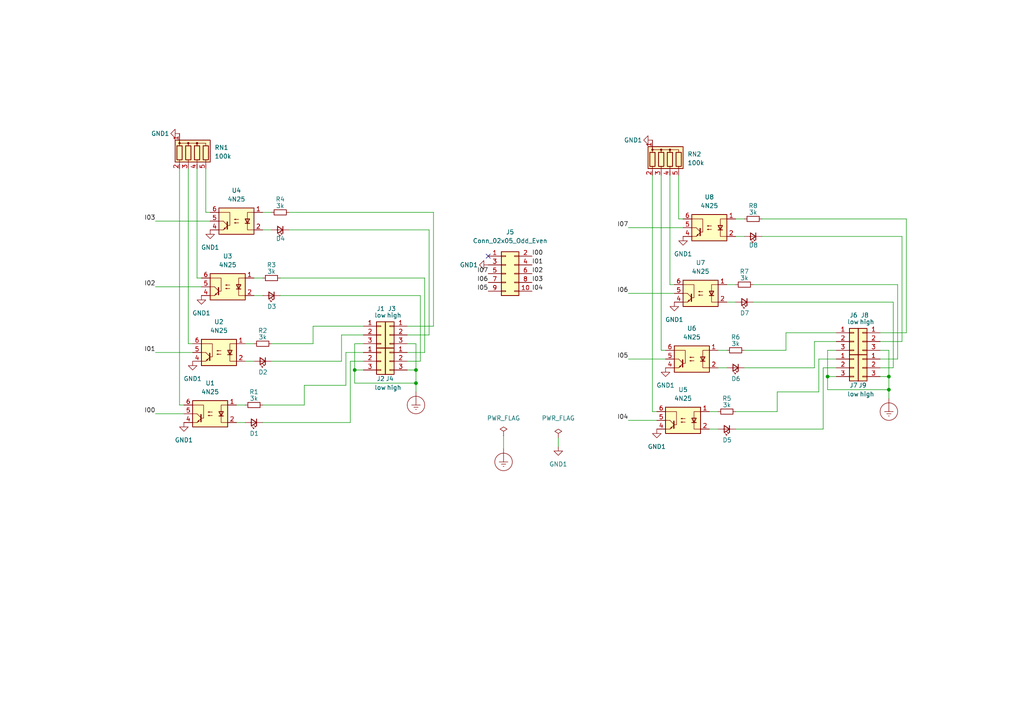
<source format=kicad_sch>
(kicad_sch (version 20211123) (generator eeschema)
  (paper "A4")
  (lib_symbols
    (symbol "Connector_Generic:Conn_01x03" (pin_names (offset 1.016) hide)
      (property "Reference" "J" (at 0 5.08 0))
      (property "Value" "Conn_01x03" (at 0 -5.08 0))
      (symbol "Conn_01x03_1_1"
        (rectangle (start -1.27 -2.413) (end 0 -2.667) (stroke (width 0.1524)))
        (rectangle (start -1.27 0.127) (end 0 -0.127) (stroke (width 0.1524)))
        (rectangle (start -1.27 2.667) (end 0 2.413) (stroke (width 0.1524)))
        (rectangle (start -1.27 3.81) (end 1.27 -3.81) (stroke (width 0.254)) (fill (type background)))
        (pin passive line (at -5.08 2.54 0) (length 3.81) (name "Pin_1") (number "1"))
        (pin passive line (at -5.08 0 0) (length 3.81) (name "Pin_2") (number "2"))
        (pin passive line (at -5.08 -2.54 0) (length 3.81) (name "Pin_3") (number "3"))
      )
    )
    (symbol "Connector_Generic:Conn_02x05_Odd_Even" (pin_names (offset 1.016) hide)
      (property "Reference" "J" (at 1.27 7.62 0))
      (property "Value" "Conn_02x05_Odd_Even" (at 1.27 -7.62 0))
      (symbol "Conn_02x05_Odd_Even_1_1"
        (rectangle (start -1.27 -4.953) (end 0 -5.207) (stroke (width 0.1524)))
        (rectangle (start -1.27 -2.413) (end 0 -2.667) (stroke (width 0.1524)))
        (rectangle (start -1.27 0.127) (end 0 -0.127) (stroke (width 0.1524)))
        (rectangle (start -1.27 2.667) (end 0 2.413) (stroke (width 0.1524)))
        (rectangle (start -1.27 5.207) (end 0 4.953) (stroke (width 0.1524)))
        (rectangle (start -1.27 6.35) (end 3.81 -6.35) (stroke (width 0.254)) (fill (type background)))
        (rectangle (start 3.81 -4.953) (end 2.54 -5.207) (stroke (width 0.1524)))
        (rectangle (start 3.81 -2.413) (end 2.54 -2.667) (stroke (width 0.1524)))
        (rectangle (start 3.81 0.127) (end 2.54 -0.127) (stroke (width 0.1524)))
        (rectangle (start 3.81 2.667) (end 2.54 2.413) (stroke (width 0.1524)))
        (rectangle (start 3.81 5.207) (end 2.54 4.953) (stroke (width 0.1524)))
        (pin passive line (at -5.08 5.08 0) (length 3.81) (name "Pin_1") (number "1"))
        (pin passive line (at 7.62 -5.08 180) (length 3.81) (name "Pin_10") (number "10"))
        (pin passive line (at 7.62 5.08 180) (length 3.81) (name "Pin_2") (number "2"))
        (pin passive line (at -5.08 2.54 0) (length 3.81) (name "Pin_3") (number "3"))
        (pin passive line (at 7.62 2.54 180) (length 3.81) (name "Pin_4") (number "4"))
        (pin passive line (at -5.08 0 0) (length 3.81) (name "Pin_5") (number "5"))
        (pin passive line (at 7.62 0 180) (length 3.81) (name "Pin_6") (number "6"))
        (pin passive line (at -5.08 -2.54 0) (length 3.81) (name "Pin_7") (number "7"))
        (pin passive line (at 7.62 -2.54 180) (length 3.81) (name "Pin_8") (number "8"))
        (pin passive line (at -5.08 -5.08 0) (length 3.81) (name "Pin_9") (number "9"))
      )
    )
    (symbol "Device:LED_Small" (pin_numbers hide) (pin_names (offset 0.254) hide)
      (property "Reference" "D" (at -1.27 3.175 0))
      (property "Value" "LED_Small" (at -4.445 -2.54 0))
      (symbol "LED_Small_0_1"
        (polyline (pts (xy -0.762 -1.016) (xy -0.762 1.016)) (stroke (width 0.254)))
        (polyline (pts (xy 1.016 0) (xy -0.762 0)))
        (polyline (pts (xy 0.762 -1.016) (xy -0.762 0) (xy 0.762 1.016) (xy 0.762 -1.016)) (stroke (width 0.254)))
        (polyline (pts (xy 0 0.762) (xy -0.508 1.27) (xy -0.254 1.27) (xy -0.508 1.27) (xy -0.508 1.016)))
        (polyline (pts (xy 0.508 1.27) (xy 0 1.778) (xy 0.254 1.778) (xy 0 1.778) (xy 0 1.524)))
      )
      (symbol "LED_Small_1_1"
        (pin passive line (at -2.54 0 0) (length 1.778) (name "K") (number "1"))
        (pin passive line (at 2.54 0 180) (length 1.778) (name "A") (number "2"))
      )
    )
    (symbol "Device:R_Network04" (pin_names (offset 0) hide)
      (property "Reference" "RN" (at -7.62 0 90))
      (property "Value" "R_Network04" (at 5.08 0 90))
      (symbol "R_Network04_0_1"
        (rectangle (start -6.35 -3.175) (end 3.81 3.175) (stroke (width 0.254)) (fill (type background)))
        (rectangle (start -5.842 1.524) (end -4.318 -2.54) (stroke (width 0.254)))
        (circle (center -5.08 2.286) (radius 0.254) (fill (type outline)))
        (rectangle (start -3.302 1.524) (end -1.778 -2.54) (stroke (width 0.254)))
        (circle (center -2.54 2.286) (radius 0.254) (fill (type outline)))
        (rectangle (start -0.762 1.524) (end 0.762 -2.54) (stroke (width 0.254)))
        (polyline (pts (xy -5.08 -2.54) (xy -5.08 -3.81)))
        (polyline (pts (xy -2.54 -2.54) (xy -2.54 -3.81)))
        (polyline (pts (xy 0 -2.54) (xy 0 -3.81)))
        (polyline (pts (xy 2.54 -2.54) (xy 2.54 -3.81)))
        (polyline (pts (xy -5.08 1.524) (xy -5.08 2.286) (xy -2.54 2.286) (xy -2.54 1.524)))
        (polyline (pts (xy -2.54 1.524) (xy -2.54 2.286) (xy 0 2.286) (xy 0 1.524)))
        (polyline (pts (xy 0 1.524) (xy 0 2.286) (xy 2.54 2.286) (xy 2.54 1.524)))
        (circle (center 0 2.286) (radius 0.254) (fill (type outline)))
        (rectangle (start 1.778 1.524) (end 3.302 -2.54) (stroke (width 0.254)))
      )
      (symbol "R_Network04_1_1"
        (pin passive line (at -5.08 5.08 270) (length 2.54) (name "common") (number "1"))
        (pin passive line (at -5.08 -5.08 90) (length 1.27) (name "R1") (number "2"))
        (pin passive line (at -2.54 -5.08 90) (length 1.27) (name "R2") (number "3"))
        (pin passive line (at 0 -5.08 90) (length 1.27) (name "R3") (number "4"))
        (pin passive line (at 2.54 -5.08 90) (length 1.27) (name "R4") (number "5"))
      )
    )
    (symbol "Device:R_Small" (pin_numbers hide) (pin_names (offset 0.254) hide)
      (property "Reference" "R" (at 0.762 0.508 0))
      (property "Value" "R_Small" (at 0.762 -1.016 0))
      (symbol "R_Small_0_1"
        (rectangle (start -0.762 1.778) (end 0.762 -1.778) (stroke (width 0.2032)))
      )
      (symbol "R_Small_1_1"
        (pin passive line (at 0 2.54 270) (length 0.762) (name "~") (number "1"))
        (pin passive line (at 0 -2.54 90) (length 0.762) (name "~") (number "2"))
      )
    )
    (symbol "Isolator:4N25" (pin_names (offset 1.016))
      (property "Reference" "U" (at -5.08 5.08 0))
      (property "Value" "4N25" (at 0 5.08 0))
      (symbol "4N25_0_1"
        (rectangle (start -5.08 3.81) (end 5.08 -3.81) (stroke (width 0.254)) (fill (type background)))
        (polyline (pts (xy -3.81 -0.635) (xy -2.54 -0.635)) (stroke (width 0.254)))
        (polyline (pts (xy 2.667 -1.397) (xy 3.81 -2.54)))
        (polyline (pts (xy 2.667 -1.143) (xy 3.81 0)))
        (polyline (pts (xy 3.81 -2.54) (xy 5.08 -2.54)))
        (polyline (pts (xy 3.81 0) (xy 5.08 0)))
        (polyline (pts (xy 2.667 -0.254) (xy 2.667 -2.286) (xy 2.667 -2.286)) (stroke (width 0.3556)))
        (polyline (pts (xy -5.08 -2.54) (xy -3.175 -2.54) (xy -3.175 2.54) (xy -5.08 2.54)))
        (polyline (pts (xy -3.175 -0.635) (xy -3.81 0.635) (xy -2.54 0.635) (xy -3.175 -0.635)) (stroke (width 0.254)))
        (polyline (pts (xy 3.683 -2.413) (xy 3.429 -1.905) (xy 3.175 -2.159) (xy 3.683 -2.413)))
        (polyline (pts (xy 5.08 2.54) (xy 1.905 2.54) (xy 1.905 -1.27) (xy 2.54 -1.27)))
        (polyline (pts (xy -0.635 -0.508) (xy 0.635 -0.508) (xy 0.254 -0.635) (xy 0.254 -0.381) (xy 0.635 -0.508)))
        (polyline (pts (xy -0.635 0.508) (xy 0.635 0.508) (xy 0.254 0.381) (xy 0.254 0.635) (xy 0.635 0.508)))
      )
      (symbol "4N25_1_1"
        (pin passive line (at -7.62 2.54 0) (length 2.54) (name "~") (number "1"))
        (pin passive line (at -7.62 -2.54 0) (length 2.54) (name "~") (number "2"))
        (pin no_connect line (at -5.08 0 0) (length 2.54) hide (name "NC") (number "3"))
        (pin passive line (at 7.62 -2.54 180) (length 2.54) (name "~") (number "4"))
        (pin passive line (at 7.62 0 180) (length 2.54) (name "~") (number "5"))
        (pin passive line (at 7.62 2.54 180) (length 2.54) (name "~") (number "6"))
      )
    )
    (symbol "power:Earth_Protective" (power) (pin_names (offset 0))
      (symbol "Earth_Protective_0_1"
        (circle (center 0 -3.81) (radius 2.54))
        (polyline (pts (xy -0.635 -4.445) (xy 0.635 -4.445)))
        (polyline (pts (xy -0.127 -5.08) (xy 0.127 -5.08)))
        (polyline (pts (xy 0 -3.81) (xy 0 0)))
        (polyline (pts (xy 1.27 -3.81) (xy -1.27 -3.81)))
      )
      (symbol "Earth_Protective_1_1"
        (pin power_in line (at 0 0 270) (length 0) hide (name "Earth_Protective") (number "1"))
      )
    )
    (symbol "power:GND1" (power) (pin_names (offset 0))
      (property "Value" "GND1" (at 0 -3.81 0))
      (symbol "GND1_0_1"
        (polyline (pts (xy 0 0) (xy 0 -1.27) (xy 1.27 -1.27) (xy 0 -2.54) (xy -1.27 -1.27) (xy 0 -1.27)))
      )
      (symbol "GND1_1_1"
        (pin power_in line (at 0 0 270) (length 0) hide (name "GND1") (number "1"))
      )
    )
    (symbol "power:PWR_FLAG" (power) (pin_numbers hide) (pin_names (offset 0) hide)
      (property "Value" "PWR_FLAG" (at 0 3.81 0))
      (symbol "PWR_FLAG_0_0"
        (pin power_out line (at 0 0 90) (length 0) (name "pwr") (number "1"))
      )
      (symbol "PWR_FLAG_0_1"
        (polyline (pts (xy 0 0) (xy 0 1.27) (xy -1.016 1.905) (xy 0 2.54) (xy 1.016 1.905) (xy 0 1.27)))
      )
    )
  )
  (junction (at 257.81 113.03))
  (junction (at 240.03 109.22))
  (junction (at 120.65 111.125))
  (junction (at 120.65 107.315))
  (junction (at 257.81 109.22))
  (junction (at 102.87 107.315))
  (no_connect (at 141.605 74.295))
  (wire (pts (xy 118.11 99.695) (xy 120.65 99.695)))
  (wire (pts (xy 257.81 113.03) (xy 257.81 115.57)))
  (wire (pts (xy 83.82 61.595) (xy 125.73 61.595)))
  (wire (pts (xy 121.92 85.725) (xy 121.92 104.775)))
  (wire (pts (xy 218.44 87.63) (xy 259.08 87.63)))
  (wire (pts (xy 101.6 104.775) (xy 101.6 122.555)))
  (wire (pts (xy 102.87 107.315) (xy 105.41 107.315)))
  (wire (pts (xy 54.61 99.695) (xy 55.88 99.695)))
  (wire (pts (xy 260.35 82.55) (xy 260.35 104.14)))
  (wire (pts (xy 120.65 99.695) (xy 120.65 107.315)))
  (wire (pts (xy 76.2 122.555) (xy 101.6 122.555)))
  (wire (pts (xy 68.58 122.555) (xy 71.12 122.555)))
  (wire (pts (xy 105.41 102.235) (xy 100.33 102.235)))
  (wire (pts (xy 220.98 63.5) (xy 262.89 63.5)))
  (wire (pts (xy 105.41 99.695) (xy 102.87 99.695)))
  (wire (pts (xy 161.925 127) (xy 161.925 129.54)))
  (wire (pts (xy 99.06 97.155) (xy 99.06 104.775)))
  (wire (pts (xy 242.57 99.06) (xy 236.22 99.06)))
  (wire (pts (xy 71.12 104.775) (xy 73.66 104.775)))
  (wire (pts (xy 45.085 102.235) (xy 55.88 102.235)))
  (wire (pts (xy 205.74 124.46) (xy 208.28 124.46)))
  (wire (pts (xy 240.03 109.22) (xy 240.03 113.03)))
  (wire (pts (xy 257.81 109.22) (xy 255.27 109.22)))
  (wire (pts (xy 210.82 87.63) (xy 213.36 87.63)))
  (wire (pts (xy 102.87 99.695) (xy 102.87 107.315)))
  (wire (pts (xy 83.82 66.675) (xy 124.46 66.675)))
  (wire (pts (xy 124.46 66.675) (xy 124.46 97.155)))
  (wire (pts (xy 88.265 111.76) (xy 88.265 117.475)))
  (wire (pts (xy 125.73 94.615) (xy 118.11 94.615)))
  (wire (pts (xy 121.92 104.775) (xy 118.11 104.775)))
  (wire (pts (xy 182.245 104.14) (xy 193.04 104.14)))
  (wire (pts (xy 124.46 97.155) (xy 118.11 97.155)))
  (wire (pts (xy 236.22 99.06) (xy 236.22 106.68)))
  (wire (pts (xy 78.74 104.775) (xy 99.06 104.775)))
  (wire (pts (xy 90.805 99.695) (xy 78.74 99.695)))
  (wire (pts (xy 259.08 87.63) (xy 259.08 106.68)))
  (wire (pts (xy 59.69 61.595) (xy 60.96 61.595)))
  (wire (pts (xy 238.76 106.68) (xy 238.76 124.46)))
  (wire (pts (xy 81.28 80.645) (xy 123.19 80.645)))
  (wire (pts (xy 237.49 104.14) (xy 237.49 113.665)))
  (wire (pts (xy 213.36 124.46) (xy 238.76 124.46)))
  (wire (pts (xy 73.66 80.645) (xy 76.2 80.645)))
  (wire (pts (xy 71.12 99.695) (xy 73.66 99.695)))
  (wire (pts (xy 196.85 63.5) (xy 198.12 63.5)))
  (wire (pts (xy 227.965 96.52) (xy 227.965 101.6)))
  (wire (pts (xy 76.2 61.595) (xy 78.74 61.595)))
  (wire (pts (xy 123.19 80.645) (xy 123.19 102.235)))
  (wire (pts (xy 182.245 66.04) (xy 198.12 66.04)))
  (wire (pts (xy 189.23 50.8) (xy 189.23 119.38)))
  (wire (pts (xy 189.23 119.38) (xy 190.5 119.38)))
  (wire (pts (xy 76.2 66.675) (xy 78.74 66.675)))
  (wire (pts (xy 205.74 119.38) (xy 208.28 119.38)))
  (wire (pts (xy 191.77 101.6) (xy 193.04 101.6)))
  (wire (pts (xy 90.805 94.615) (xy 105.41 94.615)))
  (wire (pts (xy 220.98 68.58) (xy 261.62 68.58)))
  (wire (pts (xy 90.805 94.615) (xy 90.805 99.695)))
  (wire (pts (xy 218.44 82.55) (xy 260.35 82.55)))
  (wire (pts (xy 242.57 106.68) (xy 238.76 106.68)))
  (wire (pts (xy 225.425 119.38) (xy 213.36 119.38)))
  (wire (pts (xy 194.31 50.8) (xy 194.31 82.55)))
  (wire (pts (xy 261.62 99.06) (xy 255.27 99.06)))
  (wire (pts (xy 213.36 63.5) (xy 215.9 63.5)))
  (wire (pts (xy 208.28 106.68) (xy 210.82 106.68)))
  (wire (pts (xy 120.65 107.315) (xy 120.65 111.125)))
  (wire (pts (xy 68.58 117.475) (xy 71.12 117.475)))
  (wire (pts (xy 196.85 50.8) (xy 196.85 63.5)))
  (wire (pts (xy 257.81 101.6) (xy 257.81 109.22)))
  (wire (pts (xy 215.9 106.68) (xy 236.22 106.68)))
  (wire (pts (xy 57.15 80.645) (xy 58.42 80.645)))
  (wire (pts (xy 88.265 111.76) (xy 100.33 111.76)))
  (wire (pts (xy 225.425 113.665) (xy 225.425 119.38)))
  (wire (pts (xy 213.36 68.58) (xy 215.9 68.58)))
  (wire (pts (xy 105.41 104.775) (xy 101.6 104.775)))
  (wire (pts (xy 54.61 48.895) (xy 54.61 99.695)))
  (wire (pts (xy 261.62 68.58) (xy 261.62 99.06)))
  (wire (pts (xy 257.81 109.22) (xy 257.81 113.03)))
  (wire (pts (xy 100.33 102.235) (xy 100.33 111.76)))
  (wire (pts (xy 45.085 120.015) (xy 53.34 120.015)))
  (wire (pts (xy 52.07 48.895) (xy 52.07 117.475)))
  (wire (pts (xy 240.03 109.22) (xy 242.57 109.22)))
  (wire (pts (xy 146.05 126.365) (xy 146.05 130.175)))
  (wire (pts (xy 102.87 111.125) (xy 120.65 111.125)))
  (wire (pts (xy 227.965 101.6) (xy 215.9 101.6)))
  (wire (pts (xy 262.89 96.52) (xy 255.27 96.52)))
  (wire (pts (xy 262.89 63.5) (xy 262.89 96.52)))
  (wire (pts (xy 88.265 117.475) (xy 76.2 117.475)))
  (wire (pts (xy 102.87 107.315) (xy 102.87 111.125)))
  (wire (pts (xy 227.965 96.52) (xy 242.57 96.52)))
  (wire (pts (xy 81.28 85.725) (xy 121.92 85.725)))
  (wire (pts (xy 120.65 107.315) (xy 118.11 107.315)))
  (wire (pts (xy 105.41 97.155) (xy 99.06 97.155)))
  (wire (pts (xy 260.35 104.14) (xy 255.27 104.14)))
  (wire (pts (xy 73.66 85.725) (xy 76.2 85.725)))
  (wire (pts (xy 208.28 101.6) (xy 210.82 101.6)))
  (wire (pts (xy 240.03 101.6) (xy 240.03 109.22)))
  (wire (pts (xy 259.08 106.68) (xy 255.27 106.68)))
  (wire (pts (xy 120.65 111.125) (xy 120.65 113.665)))
  (wire (pts (xy 240.03 113.03) (xy 257.81 113.03)))
  (wire (pts (xy 242.57 104.14) (xy 237.49 104.14)))
  (wire (pts (xy 255.27 101.6) (xy 257.81 101.6)))
  (wire (pts (xy 210.82 82.55) (xy 213.36 82.55)))
  (wire (pts (xy 45.085 83.185) (xy 58.42 83.185)))
  (wire (pts (xy 52.07 117.475) (xy 53.34 117.475)))
  (wire (pts (xy 123.19 102.235) (xy 118.11 102.235)))
  (wire (pts (xy 191.77 50.8) (xy 191.77 101.6)))
  (wire (pts (xy 182.245 85.09) (xy 195.58 85.09)))
  (wire (pts (xy 225.425 113.665) (xy 237.49 113.665)))
  (wire (pts (xy 45.085 64.135) (xy 60.96 64.135)))
  (wire (pts (xy 125.73 61.595) (xy 125.73 94.615)))
  (wire (pts (xy 57.15 48.895) (xy 57.15 80.645)))
  (wire (pts (xy 194.31 82.55) (xy 195.58 82.55)))
  (wire (pts (xy 59.69 48.895) (xy 59.69 61.595)))
  (wire (pts (xy 182.245 121.92) (xy 190.5 121.92)))
  (wire (pts (xy 242.57 101.6) (xy 240.03 101.6)))
  (label "I03" (at 154.305 81.915 0))
  (label "I02" (at 154.305 79.375 0))
  (label "I00" (at 45.085 120.015 180))
  (label "I06" (at 182.245 85.09 180))
  (label "I05" (at 182.245 104.14 180))
  (label "I05" (at 141.605 84.455 180))
  (label "I01" (at 45.085 102.235 180))
  (label "I06" (at 141.605 81.915 180))
  (label "I00" (at 154.305 74.295 0))
  (label "I01" (at 154.305 76.835 0))
  (label "I02" (at 45.085 83.185 180))
  (label "I04" (at 154.305 84.455 0))
  (label "I07" (at 182.245 66.04 180))
  (label "I04" (at 182.245 121.92 180))
  (label "I07" (at 141.605 79.375 180))
  (label "I03" (at 45.085 64.135 180))
  (symbol (lib_id "power:GND1") (at 161.925 129.54 0) (unit 1)
    (property "Reference" "#PWR09" (effects hide))
    (property "Value" "GND1" (at 161.925 134.62 0))
  )
  (symbol (lib_id "Isolator:4N25") (at 66.04 83.185 0) (mirror y) (unit 1)
    (property "Reference" "U3" (at 66.04 74.295 0))
    (property "Value" "4N25" (at 66.04 76.835 0))
    (property "Footprint" "Package_DIP:DIP-6_W7.62mm_Socket_LongPads" (effects hide))
    (property "Datasheet" "https://www.vishay.com/docs/83725/4n25.pdf" (effects hide))
  )
  (symbol (lib_id "Device:LED_Small") (at 210.82 124.46 180) (unit 1)
    (property "Reference" "D5" (at 209.55 127.635 0) (effects (justify right)))
    (property "Value" "LED_Small" (effects hide))
    (property "Footprint" "LED_THT:LED_D3.0mm" (effects hide))
  )
  (symbol (lib_id "power:PWR_FLAG") (at 161.925 127 0) (unit 1)
    (property "Reference" "#FLG02" (effects hide))
    (property "Value" "PWR_FLAG" (at 161.925 121.285 0))
  )
  (symbol (lib_id "power:GND1") (at 52.07 38.735 270) (unit 1)
    (property "Reference" "#PWR01" (effects hide))
    (property "Value" "GND1" (at 43.815 38.735 90) (effects (justify left)))
  )
  (symbol (lib_id "Isolator:4N25") (at 203.2 85.09 0) (mirror y) (unit 1)
    (property "Reference" "U7" (at 203.2 76.2 0))
    (property "Value" "4N25" (at 203.2 78.74 0))
    (property "Footprint" "Package_DIP:DIP-6_W7.62mm_Socket_LongPads" (effects hide))
    (property "Datasheet" "https://www.vishay.com/docs/83725/4n25.pdf" (effects hide))
  )
  (symbol (lib_id "power:GND1") (at 53.34 122.555 0) (unit 1)
    (property "Reference" "#PWR02" (effects hide))
    (property "Value" "GND1" (at 53.34 127.635 0))
  )
  (symbol (lib_id "Device:R_Small") (at 81.28 61.595 90) (unit 1)
    (property "Reference" "R4" (at 81.28 57.785 90))
    (property "Value" "3k" (at 81.28 59.69 90))
    (property "Footprint" "Resistor_THT:R_Axial_DIN0207_L6.3mm_D2.5mm_P2.54mm_Vertical" (effects hide))
  )
  (symbol (lib_id "Device:LED_Small") (at 215.9 87.63 180) (unit 1)
    (property "Reference" "D7" (at 214.63 90.805 0) (effects (justify right)))
    (property "Value" "LED_Small" (effects hide))
    (property "Footprint" "LED_THT:LED_D3.0mm" (effects hide))
  )
  (symbol (lib_id "power:GND1") (at 58.42 85.725 0) (unit 1)
    (property "Reference" "#PWR04" (effects hide))
    (property "Value" "GND1" (at 58.42 90.805 0))
  )
  (symbol (lib_id "Connector_Generic:Conn_01x03") (at 113.03 97.155 0) (mirror y) (unit 1)
    (property "Reference" "J3" (at 113.665 89.535 0))
    (property "Value" "high" (at 114.3 91.44 0))
    (property "Footprint" "Connector_Phoenix_MSTB:PhoenixContact_MSTBVA_2,5_3-G-5,08_1x03_P5.08mm_Vertical" (effects hide))
  )
  (symbol (lib_id "Device:R_Small") (at 78.74 80.645 90) (unit 1)
    (property "Reference" "R3" (at 78.74 76.835 90))
    (property "Value" "3k" (at 78.74 78.74 90))
    (property "Footprint" "Resistor_THT:R_Axial_DIN0207_L6.3mm_D2.5mm_P2.54mm_Vertical" (effects hide))
  )
  (symbol (lib_id "Device:LED_Small") (at 73.66 122.555 180) (unit 1)
    (property "Reference" "D1" (at 72.39 125.73 0) (effects (justify right)))
    (property "Value" "LED_Small" (effects hide))
    (property "Footprint" "LED_THT:LED_D3.0mm" (effects hide))
  )
  (symbol (lib_id "power:GND1") (at 198.12 68.58 0) (unit 1)
    (property "Reference" "#PWR014" (effects hide))
    (property "Value" "GND1" (at 198.12 73.66 0))
  )
  (symbol (lib_id "Isolator:4N25") (at 60.96 120.015 0) (mirror y) (unit 1)
    (property "Reference" "U1" (at 60.96 111.125 0))
    (property "Value" "4N25" (at 60.96 113.665 0))
    (property "Footprint" "Package_DIP:DIP-6_W7.62mm_Socket_LongPads" (effects hide))
    (property "Datasheet" "https://www.vishay.com/docs/83725/4n25.pdf" (effects hide))
  )
  (symbol (lib_id "power:Earth_Protective") (at 146.05 130.175 0) (unit 1)
    (property "Reference" "#PWR08" (effects hide))
    (property "Value" "Earth_Protective" (effects hide))
  )
  (symbol (lib_id "power:Earth_Protective") (at 120.65 113.665 0) (unit 1)
    (property "Reference" "#PWR06" (effects hide))
    (property "Value" "Earth_Protective" (effects hide))
  )
  (symbol (lib_id "Device:R_Small") (at 76.2 99.695 90) (unit 1)
    (property "Reference" "R2" (at 76.2 95.885 90))
    (property "Value" "3k" (at 76.2 97.79 90))
    (property "Footprint" "Resistor_THT:R_Axial_DIN0207_L6.3mm_D2.5mm_P2.54mm_Vertical" (effects hide))
  )
  (symbol (lib_id "Device:LED_Small") (at 213.36 106.68 180) (unit 1)
    (property "Reference" "D6" (at 212.09 109.855 0) (effects (justify right)))
    (property "Value" "LED_Small" (effects hide))
    (property "Footprint" "LED_THT:LED_D3.0mm" (effects hide))
  )
  (symbol (lib_id "power:GND1") (at 193.04 106.68 0) (unit 1)
    (property "Reference" "#PWR012" (effects hide))
    (property "Value" "GND1" (at 193.04 111.76 0))
  )
  (symbol (lib_id "power:GND1") (at 60.96 66.675 0) (unit 1)
    (property "Reference" "#PWR05" (effects hide))
    (property "Value" "GND1" (at 60.96 71.755 0))
  )
  (symbol (lib_id "power:GND1") (at 55.88 104.775 0) (unit 1)
    (property "Reference" "#PWR03" (effects hide))
    (property "Value" "GND1" (at 55.88 109.855 0))
  )
  (symbol (lib_id "Device:LED_Small") (at 78.74 85.725 180) (unit 1)
    (property "Reference" "D3" (at 77.47 88.9 0) (effects (justify right)))
    (property "Value" "LED_Small" (effects hide))
    (property "Footprint" "LED_THT:LED_D3.0mm" (effects hide))
  )
  (symbol (lib_id "Connector_Generic:Conn_01x03") (at 247.65 106.68 0) (unit 1)
    (property "Reference" "J7" (at 246.38 111.76 0) (effects (justify left)))
    (property "Value" "low" (at 245.745 114.3 0) (effects (justify left)))
    (property "Footprint" "Connector_Phoenix_MSTB:PhoenixContact_MSTBVA_2,5_3-G-5,08_1x03_P5.08mm_Vertical" (effects hide))
  )
  (symbol (lib_id "Isolator:4N25") (at 198.12 121.92 0) (mirror y) (unit 1)
    (property "Reference" "U5" (at 198.12 113.03 0))
    (property "Value" "4N25" (at 198.12 115.57 0))
    (property "Footprint" "Package_DIP:DIP-6_W7.62mm_Socket_LongPads" (effects hide))
    (property "Datasheet" "https://www.vishay.com/docs/83725/4n25.pdf" (effects hide))
  )
  (symbol (lib_id "Device:R_Small") (at 213.36 101.6 90) (unit 1)
    (property "Reference" "R6" (at 213.36 97.79 90))
    (property "Value" "3k" (at 213.36 99.695 90))
    (property "Footprint" "Resistor_THT:R_Axial_DIN0207_L6.3mm_D2.5mm_P2.54mm_Vertical" (effects hide))
  )
  (symbol (lib_id "Device:LED_Small") (at 218.44 68.58 180) (unit 1)
    (property "Reference" "D8" (at 217.17 71.12 0) (effects (justify right)))
    (property "Value" "LED_Small" (effects hide))
    (property "Footprint" "LED_THT:LED_D3.0mm" (effects hide))
  )
  (symbol (lib_id "Connector_Generic:Conn_01x03") (at 110.49 97.155 0) (unit 1)
    (property "Reference" "J1" (at 109.22 89.535 0) (effects (justify left)))
    (property "Value" "low" (at 108.585 91.44 0) (effects (justify left)))
    (property "Footprint" "Connector_Phoenix_MSTB:PhoenixContact_MSTBVA_2,5_3-G-5,08_1x03_P5.08mm_Vertical" (effects hide))
  )
  (symbol (lib_id "power:GND1") (at 190.5 124.46 0) (unit 1)
    (property "Reference" "#PWR011" (effects hide))
    (property "Value" "GND1" (at 190.5 129.54 0))
  )
  (symbol (lib_id "Connector_Generic:Conn_01x03") (at 250.19 99.06 0) (mirror y) (unit 1)
    (property "Reference" "J8" (at 250.825 91.44 0))
    (property "Value" "high" (at 251.46 93.345 0))
    (property "Footprint" "Connector_Phoenix_MSTB:PhoenixContact_MSTBVA_2,5_3-G-5,08_1x03_P5.08mm_Vertical" (effects hide))
  )
  (symbol (lib_id "power:GND1") (at 141.605 76.835 270) (unit 1)
    (property "Reference" "#PWR07" (effects hide))
    (property "Value" "GND1" (at 133.35 76.835 90) (effects (justify left)))
  )
  (symbol (lib_id "Device:R_Network04") (at 57.15 43.815 0) (unit 1)
    (property "Reference" "RN1" (at 62.23 42.7989 0) (effects (justify left)))
    (property "Value" "100k" (at 62.23 45.3389 0) (effects (justify left)))
    (property "Footprint" "Resistor_THT:R_Array_SIP5" (effects hide))
    (property "Datasheet" "http://www.vishay.com/docs/31509/csc.pdf" (effects hide))
  )
  (symbol (lib_id "Isolator:4N25") (at 68.58 64.135 0) (mirror y) (unit 1)
    (property "Reference" "U4" (at 68.58 55.245 0))
    (property "Value" "4N25" (at 68.58 57.785 0))
    (property "Footprint" "Package_DIP:DIP-6_W7.62mm_Socket_LongPads" (effects hide))
    (property "Datasheet" "https://www.vishay.com/docs/83725/4n25.pdf" (effects hide))
  )
  (symbol (lib_id "Device:R_Small") (at 73.66 117.475 90) (unit 1)
    (property "Reference" "R1" (at 73.66 113.665 90))
    (property "Value" "3k" (at 73.66 115.57 90))
    (property "Footprint" "Resistor_THT:R_Axial_DIN0207_L6.3mm_D2.5mm_P2.54mm_Vertical" (effects hide))
  )
  (symbol (lib_id "Connector_Generic:Conn_01x03") (at 247.65 99.06 0) (unit 1)
    (property "Reference" "J6" (at 246.38 91.44 0) (effects (justify left)))
    (property "Value" "low" (at 245.745 93.345 0) (effects (justify left)))
    (property "Footprint" "Connector_Phoenix_MSTB:PhoenixContact_MSTBVA_2,5_3-G-5,08_1x03_P5.08mm_Vertical" (effects hide))
  )
  (symbol (lib_id "power:GND1") (at 195.58 87.63 0) (unit 1)
    (property "Reference" "#PWR013" (effects hide))
    (property "Value" "GND1" (at 195.58 92.71 0))
  )
  (symbol (lib_id "Device:LED_Small") (at 81.28 66.675 180) (unit 1)
    (property "Reference" "D4" (at 80.01 69.215 0) (effects (justify right)))
    (property "Value" "LED_Small" (effects hide))
    (property "Footprint" "LED_THT:LED_D3.0mm" (effects hide))
  )
  (symbol (lib_id "power:Earth_Protective") (at 257.81 115.57 0) (unit 1)
    (property "Reference" "#PWR015" (effects hide))
    (property "Value" "Earth_Protective" (effects hide))
  )
  (symbol (lib_id "Isolator:4N25") (at 205.74 66.04 0) (mirror y) (unit 1)
    (property "Reference" "U8" (at 205.74 57.15 0))
    (property "Value" "4N25" (at 205.74 59.69 0))
    (property "Footprint" "Package_DIP:DIP-6_W7.62mm_Socket_LongPads" (effects hide))
    (property "Datasheet" "https://www.vishay.com/docs/83725/4n25.pdf" (effects hide))
  )
  (symbol (lib_id "Device:R_Network04") (at 194.31 45.72 0) (unit 1)
    (property "Reference" "RN2" (at 199.39 44.7039 0) (effects (justify left)))
    (property "Value" "100k" (at 199.39 47.2439 0) (effects (justify left)))
    (property "Footprint" "Resistor_THT:R_Array_SIP5" (effects hide))
    (property "Datasheet" "http://www.vishay.com/docs/31509/csc.pdf" (effects hide))
  )
  (symbol (lib_id "power:PWR_FLAG") (at 146.05 126.365 0) (unit 1)
    (property "Reference" "#FLG01" (effects hide))
    (property "Value" "PWR_FLAG" (at 146.05 121.285 0))
  )
  (symbol (lib_id "Connector_Generic:Conn_01x03") (at 110.49 104.775 0) (unit 1)
    (property "Reference" "J2" (at 109.22 109.855 0) (effects (justify left)))
    (property "Value" "low" (at 108.585 112.395 0) (effects (justify left)))
    (property "Footprint" "Connector_Phoenix_MSTB:PhoenixContact_MSTBVA_2,5_3-G-5,08_1x03_P5.08mm_Vertical" (effects hide))
  )
  (symbol (lib_id "Isolator:4N25") (at 63.5 102.235 0) (mirror y) (unit 1)
    (property "Reference" "U2" (at 63.5 93.345 0))
    (property "Value" "4N25" (at 63.5 95.885 0))
    (property "Footprint" "Package_DIP:DIP-6_W7.62mm_Socket_LongPads" (effects hide))
    (property "Datasheet" "https://www.vishay.com/docs/83725/4n25.pdf" (effects hide))
  )
  (symbol (lib_id "power:GND1") (at 189.23 40.64 270) (unit 1)
    (property "Reference" "#PWR010" (effects hide))
    (property "Value" "GND1" (at 180.975 40.64 90) (effects (justify left)))
  )
  (symbol (lib_id "Connector_Generic:Conn_01x03") (at 113.03 104.775 0) (mirror y) (unit 1)
    (property "Reference" "J4" (at 113.03 109.855 0))
    (property "Value" "high" (at 114.3 112.395 0))
    (property "Footprint" "Connector_Phoenix_MSTB:PhoenixContact_MSTBVA_2,5_3-G-5,08_1x03_P5.08mm_Vertical" (effects hide))
  )
  (symbol (lib_id "Device:LED_Small") (at 76.2 104.775 180) (unit 1)
    (property "Reference" "D2" (at 74.93 107.95 0) (effects (justify right)))
    (property "Value" "LED_Small" (effects hide))
    (property "Footprint" "LED_THT:LED_D3.0mm" (effects hide))
  )
  (symbol (lib_id "Connector_Generic:Conn_01x03") (at 250.19 106.68 0) (mirror y) (unit 1)
    (property "Reference" "J9" (at 250.19 111.76 0))
    (property "Value" "high" (at 251.46 114.3 0))
    (property "Footprint" "Connector_Phoenix_MSTB:PhoenixContact_MSTBVA_2,5_3-G-5,08_1x03_P5.08mm_Vertical" (effects hide))
  )
  (symbol (lib_id "Connector_Generic:Conn_02x05_Odd_Even") (at 146.685 79.375 0) (unit 1)
    (property "Reference" "J5" (at 147.955 67.31 0))
    (property "Value" "Conn_02x05_Odd_Even" (at 147.955 69.85 0))
    (property "Footprint" "Connector_PinSocket_2.54mm:PinSocket_2x05_P2.54mm_Vertical" (effects hide))
  )
  (symbol (lib_id "Device:R_Small") (at 210.82 119.38 90) (unit 1)
    (property "Reference" "R5" (at 210.82 115.57 90))
    (property "Value" "3k" (at 210.82 117.475 90))
    (property "Footprint" "Resistor_THT:R_Axial_DIN0207_L6.3mm_D2.5mm_P2.54mm_Vertical" (effects hide))
  )
  (symbol (lib_id "Device:R_Small") (at 215.9 82.55 90) (unit 1)
    (property "Reference" "R7" (at 215.9 78.74 90))
    (property "Value" "3k" (at 215.9 80.645 90))
    (property "Footprint" "Resistor_THT:R_Axial_DIN0207_L6.3mm_D2.5mm_P2.54mm_Vertical" (effects hide))
  )
  (symbol (lib_id "Device:R_Small") (at 218.44 63.5 90) (unit 1)
    (property "Reference" "R8" (at 218.44 59.69 90))
    (property "Value" "3k" (at 218.44 61.595 90))
    (property "Footprint" "Resistor_THT:R_Axial_DIN0207_L6.3mm_D2.5mm_P2.54mm_Vertical" (effects hide))
  )
  (symbol (lib_id "Isolator:4N25") (at 200.66 104.14 0) (mirror y) (unit 1)
    (property "Reference" "U6" (at 200.66 95.25 0))
    (property "Value" "4N25" (at 200.66 97.79 0))
    (property "Footprint" "Package_DIP:DIP-6_W7.62mm_Socket_LongPads" (effects hide))
    (property "Datasheet" "https://www.vishay.com/docs/83725/4n25.pdf" (effects hide))
  )
)
</source>
